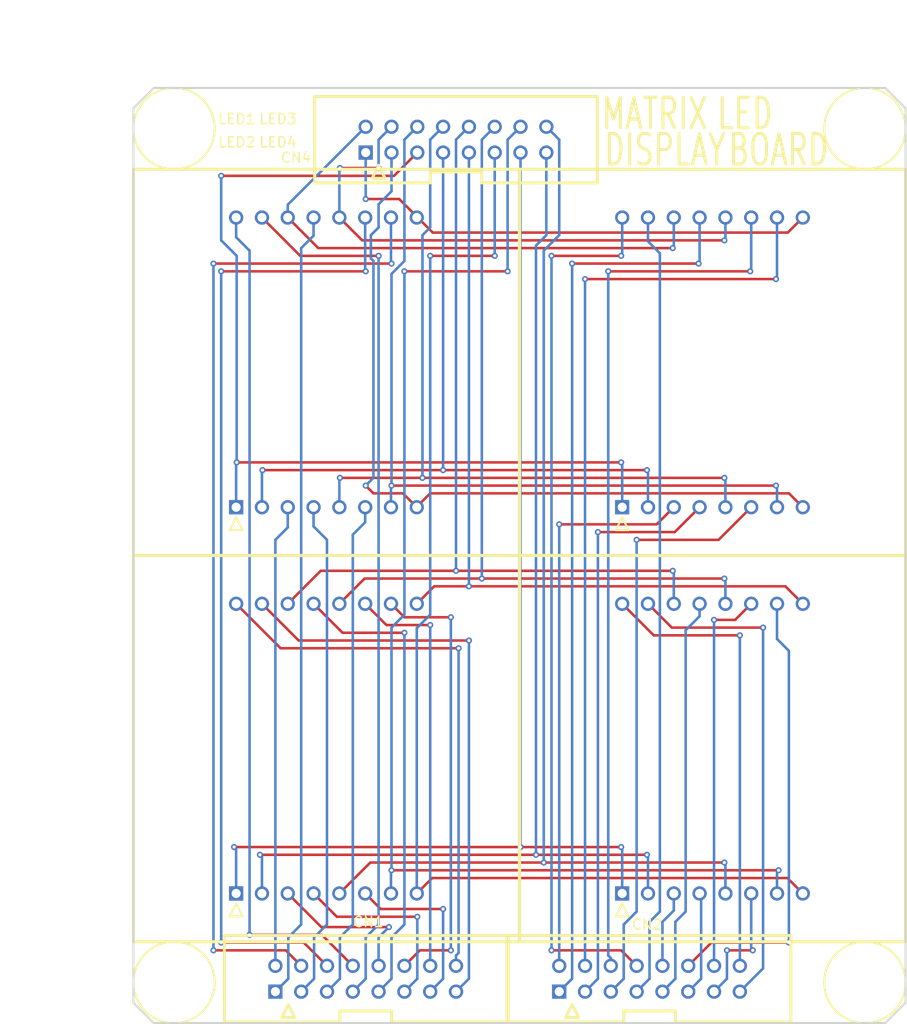
<source format=kicad_pcb>
(kicad_pcb (version 4) (host pcbnew 4.0.7)

  (general
    (links 64)
    (no_connects 0)
    (area 41.221429 37.598 130.128572 145.063)
    (thickness 1.6)
    (drawings 34)
    (tracks 359)
    (zones 0)
    (modules 11)
    (nets 49)
  )

  (page A4)
  (title_block
    (title "16 * 16 DOT MATRIX LED DISPLAY BOARD")
    (rev 0)
    (comment 1 "designed by hamayan.")
  )

  (layers
    (0 F.Cu signal)
    (31 B.Cu signal)
    (32 B.Adhes user hide)
    (33 F.Adhes user hide)
    (34 B.Paste user hide)
    (35 F.Paste user hide)
    (36 B.SilkS user)
    (37 F.SilkS user)
    (38 B.Mask user hide)
    (39 F.Mask user hide)
    (40 Dwgs.User user)
    (41 Cmts.User user)
    (42 Eco1.User user hide)
    (43 Eco2.User user hide)
    (44 Edge.Cuts user)
    (45 Margin user hide)
    (46 B.CrtYd user hide)
    (47 F.CrtYd user hide)
    (48 B.Fab user hide)
    (49 F.Fab user hide)
  )

  (setup
    (last_trace_width 0.25)
    (user_trace_width 0.35)
    (user_trace_width 0.5)
    (user_trace_width 0.8)
    (user_trace_width 1)
    (user_trace_width 1.4)
    (user_trace_width 1.6)
    (user_trace_width 2)
    (trace_clearance 0.2)
    (zone_clearance 0.508)
    (zone_45_only yes)
    (trace_min 0.2)
    (segment_width 0.2)
    (edge_width 0.2)
    (via_size 0.6)
    (via_drill 0.3)
    (via_min_size 0.4)
    (via_min_drill 0.3)
    (user_via 1 0.5)
    (user_via 1.4 0.8)
    (user_via 1.6 1)
    (uvia_size 0.3)
    (uvia_drill 0.1)
    (uvias_allowed no)
    (uvia_min_size 0.2)
    (uvia_min_drill 0.1)
    (pcb_text_width 0.3)
    (pcb_text_size 1.5 1.5)
    (mod_edge_width 0.15)
    (mod_text_size 1 1)
    (mod_text_width 0.15)
    (pad_size 1.524 1.524)
    (pad_drill 0.762)
    (pad_to_mask_clearance 0.2)
    (aux_axis_origin 50.002 50.008)
    (grid_origin 50.002 50.008)
    (visible_elements 7FFEFFFF)
    (pcbplotparams
      (layerselection 0x010f0_80000001)
      (usegerberextensions false)
      (excludeedgelayer true)
      (linewidth 0.100000)
      (plotframeref false)
      (viasonmask false)
      (mode 1)
      (useauxorigin false)
      (hpglpennumber 1)
      (hpglpenspeed 20)
      (hpglpendiameter 15)
      (hpglpenoverlay 2)
      (psnegative false)
      (psa4output false)
      (plotreference true)
      (plotvalue true)
      (plotinvisibletext false)
      (padsonsilk false)
      (subtractmaskfromsilk false)
      (outputformat 1)
      (mirror false)
      (drillshape 0)
      (scaleselection 1)
      (outputdirectory gerber/))
  )

  (net 0 "")
  (net 1 /COL32)
  (net 2 /COL31)
  (net 3 /COL30)
  (net 4 /COL29)
  (net 5 /COL28)
  (net 6 /COL27)
  (net 7 /COL26)
  (net 8 /COL25)
  (net 9 /COL24)
  (net 10 /COL23)
  (net 11 /COL22)
  (net 12 /COL21)
  (net 13 /COL20)
  (net 14 /COL19)
  (net 15 /COL18)
  (net 16 /COL17)
  (net 17 /COL16)
  (net 18 /COL15)
  (net 19 /COL14)
  (net 20 /COL13)
  (net 21 /COL12)
  (net 22 /COL11)
  (net 23 /COL10)
  (net 24 /COL9)
  (net 25 /COL8)
  (net 26 /COL7)
  (net 27 /COL6)
  (net 28 /COL5)
  (net 29 /COL4)
  (net 30 /COL3)
  (net 31 /COL2)
  (net 32 /COL1)
  (net 33 /ROW1)
  (net 34 /ROW2)
  (net 35 /ROW3)
  (net 36 /ROW4)
  (net 37 /ROW5)
  (net 38 /ROW6)
  (net 39 /ROW7)
  (net 40 /ROW8)
  (net 41 /ROW9)
  (net 42 /ROW10)
  (net 43 /ROW11)
  (net 44 /ROW12)
  (net 45 /ROW13)
  (net 46 /ROW14)
  (net 47 /ROW15)
  (net 48 /ROW16)

  (net_class Default "これは標準のネット クラスです。"
    (clearance 0.2)
    (trace_width 0.25)
    (via_dia 0.6)
    (via_drill 0.3)
    (uvia_dia 0.3)
    (uvia_drill 0.1)
    (add_net /COL1)
    (add_net /COL10)
    (add_net /COL11)
    (add_net /COL12)
    (add_net /COL13)
    (add_net /COL14)
    (add_net /COL15)
    (add_net /COL16)
    (add_net /COL17)
    (add_net /COL18)
    (add_net /COL19)
    (add_net /COL2)
    (add_net /COL20)
    (add_net /COL21)
    (add_net /COL22)
    (add_net /COL23)
    (add_net /COL24)
    (add_net /COL25)
    (add_net /COL26)
    (add_net /COL27)
    (add_net /COL28)
    (add_net /COL29)
    (add_net /COL3)
    (add_net /COL30)
    (add_net /COL31)
    (add_net /COL32)
    (add_net /COL4)
    (add_net /COL5)
    (add_net /COL6)
    (add_net /COL7)
    (add_net /COL8)
    (add_net /COL9)
    (add_net /ROW1)
    (add_net /ROW10)
    (add_net /ROW11)
    (add_net /ROW12)
    (add_net /ROW13)
    (add_net /ROW14)
    (add_net /ROW15)
    (add_net /ROW16)
    (add_net /ROW2)
    (add_net /ROW3)
    (add_net /ROW4)
    (add_net /ROW5)
    (add_net /ROW6)
    (add_net /ROW7)
    (add_net /ROW8)
    (add_net /ROW9)
  )

  (module Mounting_Holes:MountingHole_3.5mm (layer F.Cu) (tedit 60A2271E) (tstamp 60A297BE)
    (at 54 54)
    (descr "Mounting Hole 3.5mm, no annular")
    (tags "mounting hole 3.5mm no annular")
    (attr virtual)
    (fp_text reference REF** (at 0 0) (layer F.SilkS) hide
      (effects (font (size 1 1) (thickness 0.15)))
    )
    (fp_text value MountingHole_3.5mm (at 0 4.5) (layer F.Fab)
      (effects (font (size 1 1) (thickness 0.15)))
    )
    (fp_text user %R (at 0.3 0) (layer F.Fab)
      (effects (font (size 1 1) (thickness 0.15)))
    )
    (fp_circle (center 0 0) (end 3.5 0) (layer Cmts.User) (width 0.15))
    (fp_circle (center 0 0) (end 3.75 0) (layer F.CrtYd) (width 0.05))
    (pad 1 np_thru_hole circle (at 0 0) (size 3.5 3.5) (drill 3.5) (layers *.Cu *.Mask))
  )

  (module Mounting_Holes:MountingHole_3.5mm (layer F.Cu) (tedit 60A2272A) (tstamp 60A297BF)
    (at 122 54)
    (descr "Mounting Hole 3.5mm, no annular")
    (tags "mounting hole 3.5mm no annular")
    (attr virtual)
    (fp_text reference REF** (at 0 0) (layer F.SilkS) hide
      (effects (font (size 1 1) (thickness 0.15)))
    )
    (fp_text value MountingHole_3.5mm (at 0 4.5) (layer F.Fab)
      (effects (font (size 1 1) (thickness 0.15)))
    )
    (fp_text user %R (at 0.3 0) (layer F.Fab)
      (effects (font (size 1 1) (thickness 0.15)))
    )
    (fp_circle (center 0 0) (end 3.5 0) (layer Cmts.User) (width 0.15))
    (fp_circle (center 0 0) (end 3.75 0) (layer F.CrtYd) (width 0.05))
    (pad 1 np_thru_hole circle (at 0 0) (size 3.5 3.5) (drill 3.5) (layers *.Cu *.Mask))
  )

  (module Mounting_Holes:MountingHole_3.5mm (layer F.Cu) (tedit 60A22736) (tstamp 60A297C0)
    (at 122 138)
    (descr "Mounting Hole 3.5mm, no annular")
    (tags "mounting hole 3.5mm no annular")
    (attr virtual)
    (fp_text reference REF** (at 0 0) (layer F.SilkS) hide
      (effects (font (size 1 1) (thickness 0.15)))
    )
    (fp_text value MountingHole_3.5mm (at 0 4.5) (layer F.Fab)
      (effects (font (size 1 1) (thickness 0.15)))
    )
    (fp_text user %R (at 0.3 0) (layer F.Fab)
      (effects (font (size 1 1) (thickness 0.15)))
    )
    (fp_circle (center 0 0) (end 3.5 0) (layer Cmts.User) (width 0.15))
    (fp_circle (center 0 0) (end 3.75 0) (layer F.CrtYd) (width 0.05))
    (pad 1 np_thru_hole circle (at 0 0) (size 3.5 3.5) (drill 3.5) (layers *.Cu *.Mask))
  )

  (module Mounting_Holes:MountingHole_3.5mm (layer F.Cu) (tedit 60A322AB) (tstamp 60A297C1)
    (at 54 138)
    (descr "Mounting Hole 3.5mm, no annular")
    (tags "mounting hole 3.5mm no annular")
    (attr virtual)
    (fp_text reference REF** (at 0.066 0.146) (layer F.SilkS) hide
      (effects (font (size 1 1) (thickness 0.15)))
    )
    (fp_text value MountingHole_3.5mm (at 0 4.5) (layer F.Fab)
      (effects (font (size 1 1) (thickness 0.15)))
    )
    (fp_text user %R (at 0.3 0) (layer F.Fab)
      (effects (font (size 1 1) (thickness 0.15)))
    )
    (fp_circle (center 0 0) (end 3.5 0) (layer Cmts.User) (width 0.15))
    (fp_circle (center 0 0) (end 3.75 0) (layer F.CrtYd) (width 0.05))
    (pad 1 np_thru_hole circle (at 0 0) (size 3.5 3.5) (drill 3.5) (layers *.Cu *.Mask))
  )

  (module A01myFootPrint:cn_HIF3FC-16PA-254DSA (layer F.Cu) (tedit 60A5EEED) (tstamp 60A298B2)
    (at 72.862 137.638)
    (path /60A22EA1)
    (fp_text reference CN1 (at 0.254 -5.588) (layer F.SilkS)
      (effects (font (size 1 1) (thickness 0.15)))
    )
    (fp_text value HIF3FB-16DA-2.54DSA (at 0 6.35) (layer F.Fab)
      (effects (font (size 1 1) (thickness 0.15)))
    )
    (fp_line (start -2.54 4.25) (end -2.54 3.175) (layer F.SilkS) (width 0.3))
    (fp_line (start -2.54 3.175) (end 2.54 3.175) (layer F.SilkS) (width 0.3))
    (fp_line (start 2.54 3.175) (end 2.54 4.25) (layer F.SilkS) (width 0.3))
    (fp_line (start -7.62 2.54) (end -8.255 3.81) (layer F.SilkS) (width 0.3))
    (fp_line (start -8.255 3.81) (end -6.985 3.81) (layer F.SilkS) (width 0.3))
    (fp_line (start -6.985 3.81) (end -7.62 2.54) (layer F.SilkS) (width 0.3))
    (fp_line (start -2.54 4.25) (end -13.91 4.25) (layer F.SilkS) (width 0.3))
    (fp_line (start -13.91 4.25) (end -13.91 -4.25) (layer F.SilkS) (width 0.3))
    (fp_line (start -13.91 -4.25) (end 13.91 -4.25) (layer F.SilkS) (width 0.3))
    (fp_line (start 13.91 -4.25) (end 13.91 4.25) (layer F.SilkS) (width 0.3))
    (fp_line (start 13.91 4.25) (end 2.54 4.25) (layer F.SilkS) (width 0.3))
    (pad 1 thru_hole rect (at -8.89 1.27) (size 1.4 1.4) (drill 0.9) (layers *.Cu *.Mask)
      (net 1 /COL32))
    (pad 2 thru_hole circle (at -8.89 -1.27) (size 1.4 1.4) (drill 0.9) (layers *.Cu *.Mask)
      (net 2 /COL31))
    (pad 3 thru_hole circle (at -6.35 1.27) (size 1.4 1.4) (drill 0.9) (layers *.Cu *.Mask)
      (net 3 /COL30))
    (pad 4 thru_hole circle (at -6.35 -1.27) (size 1.4 1.4) (drill 0.9) (layers *.Cu *.Mask)
      (net 4 /COL29))
    (pad 5 thru_hole circle (at -3.81 1.27) (size 1.4 1.4) (drill 0.9) (layers *.Cu *.Mask)
      (net 5 /COL28))
    (pad 6 thru_hole circle (at -3.81 -1.27) (size 1.4 1.4) (drill 0.9) (layers *.Cu *.Mask)
      (net 6 /COL27))
    (pad 7 thru_hole circle (at -1.27 1.27) (size 1.4 1.4) (drill 0.9) (layers *.Cu *.Mask)
      (net 7 /COL26))
    (pad 8 thru_hole circle (at -1.27 -1.27) (size 1.4 1.4) (drill 0.9) (layers *.Cu *.Mask)
      (net 8 /COL25))
    (pad 9 thru_hole circle (at 1.27 1.27) (size 1.4 1.4) (drill 0.9) (layers *.Cu *.Mask)
      (net 9 /COL24))
    (pad 10 thru_hole circle (at 1.27 -1.27) (size 1.4 1.4) (drill 0.9) (layers *.Cu *.Mask)
      (net 10 /COL23))
    (pad 11 thru_hole circle (at 3.81 1.27) (size 1.4 1.4) (drill 0.9) (layers *.Cu *.Mask)
      (net 11 /COL22))
    (pad 12 thru_hole circle (at 3.81 -1.27) (size 1.4 1.4) (drill 0.9) (layers *.Cu *.Mask)
      (net 12 /COL21))
    (pad 13 thru_hole circle (at 6.35 1.27) (size 1.4 1.4) (drill 0.9) (layers *.Cu *.Mask)
      (net 13 /COL20))
    (pad 14 thru_hole circle (at 6.35 -1.27) (size 1.4 1.4) (drill 0.9) (layers *.Cu *.Mask)
      (net 14 /COL19))
    (pad 15 thru_hole circle (at 8.89 1.27) (size 1.4 1.4) (drill 0.9) (layers *.Cu *.Mask)
      (net 15 /COL18))
    (pad 16 thru_hole circle (at 8.89 -1.27) (size 1.4 1.4) (drill 0.9) (layers *.Cu *.Mask)
      (net 16 /COL17))
  )

  (module A01myFootPrint:cn_HIF3FC-16PA-254DSA (layer F.Cu) (tedit 60A5EEF8) (tstamp 60A298D1)
    (at 100.802 137.638)
    (path /60A231D0)
    (fp_text reference CN2 (at -0.254 -5.334) (layer F.SilkS)
      (effects (font (size 1 1) (thickness 0.15)))
    )
    (fp_text value HIF3FB-16DA-2.54DSA (at 0 6.35) (layer F.Fab)
      (effects (font (size 1 1) (thickness 0.15)))
    )
    (fp_line (start -2.54 4.25) (end -2.54 3.175) (layer F.SilkS) (width 0.3))
    (fp_line (start -2.54 3.175) (end 2.54 3.175) (layer F.SilkS) (width 0.3))
    (fp_line (start 2.54 3.175) (end 2.54 4.25) (layer F.SilkS) (width 0.3))
    (fp_line (start -7.62 2.54) (end -8.255 3.81) (layer F.SilkS) (width 0.3))
    (fp_line (start -8.255 3.81) (end -6.985 3.81) (layer F.SilkS) (width 0.3))
    (fp_line (start -6.985 3.81) (end -7.62 2.54) (layer F.SilkS) (width 0.3))
    (fp_line (start -2.54 4.25) (end -13.91 4.25) (layer F.SilkS) (width 0.3))
    (fp_line (start -13.91 4.25) (end -13.91 -4.25) (layer F.SilkS) (width 0.3))
    (fp_line (start -13.91 -4.25) (end 13.91 -4.25) (layer F.SilkS) (width 0.3))
    (fp_line (start 13.91 -4.25) (end 13.91 4.25) (layer F.SilkS) (width 0.3))
    (fp_line (start 13.91 4.25) (end 2.54 4.25) (layer F.SilkS) (width 0.3))
    (pad 1 thru_hole rect (at -8.89 1.27) (size 1.4 1.4) (drill 0.9) (layers *.Cu *.Mask)
      (net 17 /COL16))
    (pad 2 thru_hole circle (at -8.89 -1.27) (size 1.4 1.4) (drill 0.9) (layers *.Cu *.Mask)
      (net 18 /COL15))
    (pad 3 thru_hole circle (at -6.35 1.27) (size 1.4 1.4) (drill 0.9) (layers *.Cu *.Mask)
      (net 19 /COL14))
    (pad 4 thru_hole circle (at -6.35 -1.27) (size 1.4 1.4) (drill 0.9) (layers *.Cu *.Mask)
      (net 20 /COL13))
    (pad 5 thru_hole circle (at -3.81 1.27) (size 1.4 1.4) (drill 0.9) (layers *.Cu *.Mask)
      (net 21 /COL12))
    (pad 6 thru_hole circle (at -3.81 -1.27) (size 1.4 1.4) (drill 0.9) (layers *.Cu *.Mask)
      (net 22 /COL11))
    (pad 7 thru_hole circle (at -1.27 1.27) (size 1.4 1.4) (drill 0.9) (layers *.Cu *.Mask)
      (net 23 /COL10))
    (pad 8 thru_hole circle (at -1.27 -1.27) (size 1.4 1.4) (drill 0.9) (layers *.Cu *.Mask)
      (net 24 /COL9))
    (pad 9 thru_hole circle (at 1.27 1.27) (size 1.4 1.4) (drill 0.9) (layers *.Cu *.Mask)
      (net 25 /COL8))
    (pad 10 thru_hole circle (at 1.27 -1.27) (size 1.4 1.4) (drill 0.9) (layers *.Cu *.Mask)
      (net 26 /COL7))
    (pad 11 thru_hole circle (at 3.81 1.27) (size 1.4 1.4) (drill 0.9) (layers *.Cu *.Mask)
      (net 27 /COL6))
    (pad 12 thru_hole circle (at 3.81 -1.27) (size 1.4 1.4) (drill 0.9) (layers *.Cu *.Mask)
      (net 28 /COL5))
    (pad 13 thru_hole circle (at 6.35 1.27) (size 1.4 1.4) (drill 0.9) (layers *.Cu *.Mask)
      (net 29 /COL4))
    (pad 14 thru_hole circle (at 6.35 -1.27) (size 1.4 1.4) (drill 0.9) (layers *.Cu *.Mask)
      (net 30 /COL3))
    (pad 15 thru_hole circle (at 8.89 1.27) (size 1.4 1.4) (drill 0.9) (layers *.Cu *.Mask)
      (net 31 /COL2))
    (pad 16 thru_hole circle (at 8.89 -1.27) (size 1.4 1.4) (drill 0.9) (layers *.Cu *.Mask)
      (net 32 /COL1))
  )

  (module A01myFootPrint:cn_HIF3FC-16PA-254DSA (layer F.Cu) (tedit 60A5EFB8) (tstamp 60A298F0)
    (at 81.752 55.088)
    (path /60A22A94)
    (fp_text reference CN4 (at -15.748 1.778) (layer F.SilkS)
      (effects (font (size 1 1) (thickness 0.15)))
    )
    (fp_text value HIF3FB-16DA-2.54DSA (at 0 6.35) (layer F.Fab)
      (effects (font (size 1 1) (thickness 0.15)))
    )
    (fp_line (start -2.54 4.25) (end -2.54 3.175) (layer F.SilkS) (width 0.3))
    (fp_line (start -2.54 3.175) (end 2.54 3.175) (layer F.SilkS) (width 0.3))
    (fp_line (start 2.54 3.175) (end 2.54 4.25) (layer F.SilkS) (width 0.3))
    (fp_line (start -7.62 2.54) (end -8.255 3.81) (layer F.SilkS) (width 0.3))
    (fp_line (start -8.255 3.81) (end -6.985 3.81) (layer F.SilkS) (width 0.3))
    (fp_line (start -6.985 3.81) (end -7.62 2.54) (layer F.SilkS) (width 0.3))
    (fp_line (start -2.54 4.25) (end -13.91 4.25) (layer F.SilkS) (width 0.3))
    (fp_line (start -13.91 4.25) (end -13.91 -4.25) (layer F.SilkS) (width 0.3))
    (fp_line (start -13.91 -4.25) (end 13.91 -4.25) (layer F.SilkS) (width 0.3))
    (fp_line (start 13.91 -4.25) (end 13.91 4.25) (layer F.SilkS) (width 0.3))
    (fp_line (start 13.91 4.25) (end 2.54 4.25) (layer F.SilkS) (width 0.3))
    (pad 1 thru_hole rect (at -8.89 1.27) (size 1.4 1.4) (drill 0.9) (layers *.Cu *.Mask)
      (net 33 /ROW1))
    (pad 2 thru_hole circle (at -8.89 -1.27) (size 1.4 1.4) (drill 0.9) (layers *.Cu *.Mask)
      (net 34 /ROW2))
    (pad 3 thru_hole circle (at -6.35 1.27) (size 1.4 1.4) (drill 0.9) (layers *.Cu *.Mask)
      (net 35 /ROW3))
    (pad 4 thru_hole circle (at -6.35 -1.27) (size 1.4 1.4) (drill 0.9) (layers *.Cu *.Mask)
      (net 36 /ROW4))
    (pad 5 thru_hole circle (at -3.81 1.27) (size 1.4 1.4) (drill 0.9) (layers *.Cu *.Mask)
      (net 37 /ROW5))
    (pad 6 thru_hole circle (at -3.81 -1.27) (size 1.4 1.4) (drill 0.9) (layers *.Cu *.Mask)
      (net 38 /ROW6))
    (pad 7 thru_hole circle (at -1.27 1.27) (size 1.4 1.4) (drill 0.9) (layers *.Cu *.Mask)
      (net 39 /ROW7))
    (pad 8 thru_hole circle (at -1.27 -1.27) (size 1.4 1.4) (drill 0.9) (layers *.Cu *.Mask)
      (net 40 /ROW8))
    (pad 9 thru_hole circle (at 1.27 1.27) (size 1.4 1.4) (drill 0.9) (layers *.Cu *.Mask)
      (net 41 /ROW9))
    (pad 10 thru_hole circle (at 1.27 -1.27) (size 1.4 1.4) (drill 0.9) (layers *.Cu *.Mask)
      (net 42 /ROW10))
    (pad 11 thru_hole circle (at 3.81 1.27) (size 1.4 1.4) (drill 0.9) (layers *.Cu *.Mask)
      (net 43 /ROW11))
    (pad 12 thru_hole circle (at 3.81 -1.27) (size 1.4 1.4) (drill 0.9) (layers *.Cu *.Mask)
      (net 44 /ROW12))
    (pad 13 thru_hole circle (at 6.35 1.27) (size 1.4 1.4) (drill 0.9) (layers *.Cu *.Mask)
      (net 45 /ROW13))
    (pad 14 thru_hole circle (at 6.35 -1.27) (size 1.4 1.4) (drill 0.9) (layers *.Cu *.Mask)
      (net 46 /ROW14))
    (pad 15 thru_hole circle (at 8.89 1.27) (size 1.4 1.4) (drill 0.9) (layers *.Cu *.Mask)
      (net 47 /ROW15))
    (pad 16 thru_hole circle (at 8.89 -1.27) (size 1.4 1.4) (drill 0.9) (layers *.Cu *.Mask)
      (net 48 /ROW16))
  )

  (module A01myFootPrint:led_OSL641505 (layer F.Cu) (tedit 60A5EF8F) (tstamp 60A5CA14)
    (at 69 77)
    (path /60A2B71F)
    (fp_text reference LED1 (at -8.838 -23.944) (layer F.SilkS)
      (effects (font (size 1 1) (thickness 0.15)))
    )
    (fp_text value OSL641505-BB (at 0 20.32) (layer F.Fab)
      (effects (font (size 1 1) (thickness 0.15)))
    )
    (fp_line (start -19 19) (end 19 19) (layer F.SilkS) (width 0.3))
    (fp_line (start 19 19) (end 19 -19) (layer F.SilkS) (width 0.3))
    (fp_line (start 19 -19) (end -19 -19) (layer F.SilkS) (width 0.3))
    (fp_line (start -19 -19) (end -19 19) (layer F.SilkS) (width 0.3))
    (fp_line (start -8.89 15.24) (end -9.525 16.51) (layer F.SilkS) (width 0.2))
    (fp_line (start -9.525 16.51) (end -8.255 16.51) (layer F.SilkS) (width 0.2))
    (fp_line (start -8.255 16.51) (end -8.89 15.24) (layer F.SilkS) (width 0.2))
    (pad 1 thru_hole rect (at -8.89 14.25) (size 1.4 1.4) (drill 0.9) (layers *.Cu *.Mask)
      (net 37 /ROW5))
    (pad 2 thru_hole circle (at -6.35 14.25) (size 1.4 1.4) (drill 0.9) (layers *.Cu *.Mask)
      (net 39 /ROW7))
    (pad 3 thru_hole circle (at -3.81 14.25) (size 1.4 1.4) (drill 0.9) (layers *.Cu *.Mask)
      (net 2 /COL31))
    (pad 4 thru_hole circle (at -1.27 14.25) (size 1.4 1.4) (drill 0.9) (layers *.Cu *.Mask)
      (net 3 /COL30))
    (pad 5 thru_hole circle (at 1.27 14.25) (size 1.4 1.4) (drill 0.9) (layers *.Cu *.Mask)
      (net 40 /ROW8))
    (pad 6 thru_hole circle (at 3.81 14.25) (size 1.4 1.4) (drill 0.9) (layers *.Cu *.Mask)
      (net 5 /COL28))
    (pad 7 thru_hole circle (at 6.35 14.25) (size 1.4 1.4) (drill 0.9) (layers *.Cu *.Mask)
      (net 38 /ROW6))
    (pad 8 thru_hole circle (at 8.89 14.25) (size 1.4 1.4) (drill 0.9) (layers *.Cu *.Mask)
      (net 35 /ROW3))
    (pad 9 thru_hole circle (at 8.89 -14.25) (size 1.4 1.4) (drill 0.9) (layers *.Cu *.Mask)
      (net 33 /ROW1))
    (pad 10 thru_hole circle (at 6.35 -14.25) (size 1.4 1.4) (drill 0.9) (layers *.Cu *.Mask)
      (net 4 /COL29))
    (pad 11 thru_hole circle (at 3.81 -14.25) (size 1.4 1.4) (drill 0.9) (layers *.Cu *.Mask)
      (net 6 /COL27))
    (pad 12 thru_hole circle (at 1.27 -14.25) (size 1.4 1.4) (drill 0.9) (layers *.Cu *.Mask)
      (net 36 /ROW4))
    (pad 13 thru_hole circle (at -1.27 -14.25) (size 1.4 1.4) (drill 0.9) (layers *.Cu *.Mask)
      (net 1 /COL32))
    (pad 14 thru_hole circle (at -3.81 -14.25) (size 1.4 1.4) (drill 0.9) (layers *.Cu *.Mask)
      (net 34 /ROW2))
    (pad 15 thru_hole circle (at -6.35 -14.25) (size 1.4 1.4) (drill 0.9) (layers *.Cu *.Mask)
      (net 7 /COL26))
    (pad 16 thru_hole circle (at -8.89 -14.25) (size 1.4 1.4) (drill 0.9) (layers *.Cu *.Mask)
      (net 8 /COL25))
  )

  (module A01myFootPrint:led_OSL641505 (layer F.Cu) (tedit 60A5EF9D) (tstamp 60A5CA2F)
    (at 69 115)
    (path /60A2C3FB)
    (fp_text reference LED2 (at -8.838 -59.658) (layer F.SilkS)
      (effects (font (size 1 1) (thickness 0.15)))
    )
    (fp_text value OSL641505-BB (at 0 20.32) (layer F.Fab)
      (effects (font (size 1 1) (thickness 0.15)))
    )
    (fp_line (start -19 19) (end 19 19) (layer F.SilkS) (width 0.3))
    (fp_line (start 19 19) (end 19 -19) (layer F.SilkS) (width 0.3))
    (fp_line (start 19 -19) (end -19 -19) (layer F.SilkS) (width 0.3))
    (fp_line (start -19 -19) (end -19 19) (layer F.SilkS) (width 0.3))
    (fp_line (start -8.89 15.24) (end -9.525 16.51) (layer F.SilkS) (width 0.2))
    (fp_line (start -9.525 16.51) (end -8.255 16.51) (layer F.SilkS) (width 0.2))
    (fp_line (start -8.255 16.51) (end -8.89 15.24) (layer F.SilkS) (width 0.2))
    (pad 1 thru_hole rect (at -8.89 14.25) (size 1.4 1.4) (drill 0.9) (layers *.Cu *.Mask)
      (net 45 /ROW13))
    (pad 2 thru_hole circle (at -6.35 14.25) (size 1.4 1.4) (drill 0.9) (layers *.Cu *.Mask)
      (net 47 /ROW15))
    (pad 3 thru_hole circle (at -3.81 14.25) (size 1.4 1.4) (drill 0.9) (layers *.Cu *.Mask)
      (net 10 /COL23))
    (pad 4 thru_hole circle (at -1.27 14.25) (size 1.4 1.4) (drill 0.9) (layers *.Cu *.Mask)
      (net 11 /COL22))
    (pad 5 thru_hole circle (at 1.27 14.25) (size 1.4 1.4) (drill 0.9) (layers *.Cu *.Mask)
      (net 48 /ROW16))
    (pad 6 thru_hole circle (at 3.81 14.25) (size 1.4 1.4) (drill 0.9) (layers *.Cu *.Mask)
      (net 13 /COL20))
    (pad 7 thru_hole circle (at 6.35 14.25) (size 1.4 1.4) (drill 0.9) (layers *.Cu *.Mask)
      (net 46 /ROW14))
    (pad 8 thru_hole circle (at 8.89 14.25) (size 1.4 1.4) (drill 0.9) (layers *.Cu *.Mask)
      (net 43 /ROW11))
    (pad 9 thru_hole circle (at 8.89 -14.25) (size 1.4 1.4) (drill 0.9) (layers *.Cu *.Mask)
      (net 41 /ROW9))
    (pad 10 thru_hole circle (at 6.35 -14.25) (size 1.4 1.4) (drill 0.9) (layers *.Cu *.Mask)
      (net 12 /COL21))
    (pad 11 thru_hole circle (at 3.81 -14.25) (size 1.4 1.4) (drill 0.9) (layers *.Cu *.Mask)
      (net 14 /COL19))
    (pad 12 thru_hole circle (at 1.27 -14.25) (size 1.4 1.4) (drill 0.9) (layers *.Cu *.Mask)
      (net 44 /ROW12))
    (pad 13 thru_hole circle (at -1.27 -14.25) (size 1.4 1.4) (drill 0.9) (layers *.Cu *.Mask)
      (net 9 /COL24))
    (pad 14 thru_hole circle (at -3.81 -14.25) (size 1.4 1.4) (drill 0.9) (layers *.Cu *.Mask)
      (net 42 /ROW10))
    (pad 15 thru_hole circle (at -6.35 -14.25) (size 1.4 1.4) (drill 0.9) (layers *.Cu *.Mask)
      (net 15 /COL18))
    (pad 16 thru_hole circle (at -8.89 -14.25) (size 1.4 1.4) (drill 0.9) (layers *.Cu *.Mask)
      (net 16 /COL17))
  )

  (module A01myFootPrint:led_OSL641505 (layer F.Cu) (tedit 60A5EFAA) (tstamp 60A5CA4A)
    (at 107 77)
    (path /60A2CD05)
    (fp_text reference LED3 (at -42.774 -23.944) (layer F.SilkS)
      (effects (font (size 1 1) (thickness 0.15)))
    )
    (fp_text value OSL641505-BB (at 0 20.32) (layer F.Fab)
      (effects (font (size 1 1) (thickness 0.15)))
    )
    (fp_line (start -19 19) (end 19 19) (layer F.SilkS) (width 0.3))
    (fp_line (start 19 19) (end 19 -19) (layer F.SilkS) (width 0.3))
    (fp_line (start 19 -19) (end -19 -19) (layer F.SilkS) (width 0.3))
    (fp_line (start -19 -19) (end -19 19) (layer F.SilkS) (width 0.3))
    (fp_line (start -8.89 15.24) (end -9.525 16.51) (layer F.SilkS) (width 0.2))
    (fp_line (start -9.525 16.51) (end -8.255 16.51) (layer F.SilkS) (width 0.2))
    (fp_line (start -8.255 16.51) (end -8.89 15.24) (layer F.SilkS) (width 0.2))
    (pad 1 thru_hole rect (at -8.89 14.25) (size 1.4 1.4) (drill 0.9) (layers *.Cu *.Mask)
      (net 37 /ROW5))
    (pad 2 thru_hole circle (at -6.35 14.25) (size 1.4 1.4) (drill 0.9) (layers *.Cu *.Mask)
      (net 39 /ROW7))
    (pad 3 thru_hole circle (at -3.81 14.25) (size 1.4 1.4) (drill 0.9) (layers *.Cu *.Mask)
      (net 18 /COL15))
    (pad 4 thru_hole circle (at -1.27 14.25) (size 1.4 1.4) (drill 0.9) (layers *.Cu *.Mask)
      (net 19 /COL14))
    (pad 5 thru_hole circle (at 1.27 14.25) (size 1.4 1.4) (drill 0.9) (layers *.Cu *.Mask)
      (net 40 /ROW8))
    (pad 6 thru_hole circle (at 3.81 14.25) (size 1.4 1.4) (drill 0.9) (layers *.Cu *.Mask)
      (net 21 /COL12))
    (pad 7 thru_hole circle (at 6.35 14.25) (size 1.4 1.4) (drill 0.9) (layers *.Cu *.Mask)
      (net 38 /ROW6))
    (pad 8 thru_hole circle (at 8.89 14.25) (size 1.4 1.4) (drill 0.9) (layers *.Cu *.Mask)
      (net 35 /ROW3))
    (pad 9 thru_hole circle (at 8.89 -14.25) (size 1.4 1.4) (drill 0.9) (layers *.Cu *.Mask)
      (net 33 /ROW1))
    (pad 10 thru_hole circle (at 6.35 -14.25) (size 1.4 1.4) (drill 0.9) (layers *.Cu *.Mask)
      (net 20 /COL13))
    (pad 11 thru_hole circle (at 3.81 -14.25) (size 1.4 1.4) (drill 0.9) (layers *.Cu *.Mask)
      (net 22 /COL11))
    (pad 12 thru_hole circle (at 1.27 -14.25) (size 1.4 1.4) (drill 0.9) (layers *.Cu *.Mask)
      (net 36 /ROW4))
    (pad 13 thru_hole circle (at -1.27 -14.25) (size 1.4 1.4) (drill 0.9) (layers *.Cu *.Mask)
      (net 17 /COL16))
    (pad 14 thru_hole circle (at -3.81 -14.25) (size 1.4 1.4) (drill 0.9) (layers *.Cu *.Mask)
      (net 34 /ROW2))
    (pad 15 thru_hole circle (at -6.35 -14.25) (size 1.4 1.4) (drill 0.9) (layers *.Cu *.Mask)
      (net 23 /COL10))
    (pad 16 thru_hole circle (at -8.89 -14.25) (size 1.4 1.4) (drill 0.9) (layers *.Cu *.Mask)
      (net 24 /COL9))
  )

  (module A01myFootPrint:led_OSL641505 (layer F.Cu) (tedit 60A5EFB4) (tstamp 60A5CA65)
    (at 107 115)
    (path /60A2DD3D)
    (fp_text reference LED4 (at -42.774 -59.658) (layer F.SilkS)
      (effects (font (size 1 1) (thickness 0.15)))
    )
    (fp_text value OSL641505-BB (at 0 20.32) (layer F.Fab)
      (effects (font (size 1 1) (thickness 0.15)))
    )
    (fp_line (start -19 19) (end 19 19) (layer F.SilkS) (width 0.3))
    (fp_line (start 19 19) (end 19 -19) (layer F.SilkS) (width 0.3))
    (fp_line (start 19 -19) (end -19 -19) (layer F.SilkS) (width 0.3))
    (fp_line (start -19 -19) (end -19 19) (layer F.SilkS) (width 0.3))
    (fp_line (start -8.89 15.24) (end -9.525 16.51) (layer F.SilkS) (width 0.2))
    (fp_line (start -9.525 16.51) (end -8.255 16.51) (layer F.SilkS) (width 0.2))
    (fp_line (start -8.255 16.51) (end -8.89 15.24) (layer F.SilkS) (width 0.2))
    (pad 1 thru_hole rect (at -8.89 14.25) (size 1.4 1.4) (drill 0.9) (layers *.Cu *.Mask)
      (net 45 /ROW13))
    (pad 2 thru_hole circle (at -6.35 14.25) (size 1.4 1.4) (drill 0.9) (layers *.Cu *.Mask)
      (net 47 /ROW15))
    (pad 3 thru_hole circle (at -3.81 14.25) (size 1.4 1.4) (drill 0.9) (layers *.Cu *.Mask)
      (net 26 /COL7))
    (pad 4 thru_hole circle (at -1.27 14.25) (size 1.4 1.4) (drill 0.9) (layers *.Cu *.Mask)
      (net 27 /COL6))
    (pad 5 thru_hole circle (at 1.27 14.25) (size 1.4 1.4) (drill 0.9) (layers *.Cu *.Mask)
      (net 48 /ROW16))
    (pad 6 thru_hole circle (at 3.81 14.25) (size 1.4 1.4) (drill 0.9) (layers *.Cu *.Mask)
      (net 29 /COL4))
    (pad 7 thru_hole circle (at 6.35 14.25) (size 1.4 1.4) (drill 0.9) (layers *.Cu *.Mask)
      (net 46 /ROW14))
    (pad 8 thru_hole circle (at 8.89 14.25) (size 1.4 1.4) (drill 0.9) (layers *.Cu *.Mask)
      (net 43 /ROW11))
    (pad 9 thru_hole circle (at 8.89 -14.25) (size 1.4 1.4) (drill 0.9) (layers *.Cu *.Mask)
      (net 41 /ROW9))
    (pad 10 thru_hole circle (at 6.35 -14.25) (size 1.4 1.4) (drill 0.9) (layers *.Cu *.Mask)
      (net 28 /COL5))
    (pad 11 thru_hole circle (at 3.81 -14.25) (size 1.4 1.4) (drill 0.9) (layers *.Cu *.Mask)
      (net 30 /COL3))
    (pad 12 thru_hole circle (at 1.27 -14.25) (size 1.4 1.4) (drill 0.9) (layers *.Cu *.Mask)
      (net 44 /ROW12))
    (pad 13 thru_hole circle (at -1.27 -14.25) (size 1.4 1.4) (drill 0.9) (layers *.Cu *.Mask)
      (net 25 /COL8))
    (pad 14 thru_hole circle (at -3.81 -14.25) (size 1.4 1.4) (drill 0.9) (layers *.Cu *.Mask)
      (net 42 /ROW10))
    (pad 15 thru_hole circle (at -6.35 -14.25) (size 1.4 1.4) (drill 0.9) (layers *.Cu *.Mask)
      (net 31 /COL2))
    (pad 16 thru_hole circle (at -8.89 -14.25) (size 1.4 1.4) (drill 0.9) (layers *.Cu *.Mask)
      (net 32 /COL1))
  )

  (gr_text BOARD (at 113.502 56.104) (layer F.SilkS)
    (effects (font (size 3 2) (thickness 0.3)))
  )
  (gr_text DISPLAY (at 102.326 56.104) (layer F.SilkS)
    (effects (font (size 3 2) (thickness 0.3)))
  )
  (gr_text LED (at 110.2 52.548) (layer F.SilkS)
    (effects (font (size 3 2) (thickness 0.3)))
  )
  (gr_text MATRIX (at 101.31 52.548) (layer F.SilkS)
    (effects (font (size 3 2) (thickness 0.3)))
  )
  (gr_line (start 124 50) (end 52 50) (angle 90) (layer B.Mask) (width 0.5))
  (gr_line (start 126 52) (end 124 50) (angle 90) (layer B.Mask) (width 0.5))
  (gr_line (start 126 140) (end 126 52) (angle 90) (layer B.Mask) (width 0.5))
  (gr_line (start 124 142) (end 126 140) (angle 90) (layer B.Mask) (width 0.5))
  (gr_line (start 52 142) (end 124 142) (angle 90) (layer B.Mask) (width 0.5))
  (gr_line (start 50 140) (end 52 142) (angle 90) (layer B.Mask) (width 0.5))
  (gr_line (start 50 52) (end 50 140) (angle 90) (layer B.Mask) (width 0.5))
  (gr_line (start 52 50) (end 50 52) (angle 90) (layer B.Mask) (width 0.5))
  (gr_line (start 124 50) (end 52 50) (angle 90) (layer F.Mask) (width 0.5))
  (gr_line (start 126 52) (end 124 50) (angle 90) (layer F.Mask) (width 0.5))
  (gr_line (start 126 140) (end 126 52) (angle 90) (layer F.Mask) (width 0.5))
  (gr_line (start 124 142) (end 126 140) (angle 90) (layer F.Mask) (width 0.5))
  (gr_line (start 52 142) (end 124 142) (angle 90) (layer F.Mask) (width 0.5))
  (gr_line (start 50 140) (end 52 142) (angle 90) (layer F.Mask) (width 0.5))
  (gr_line (start 50 52) (end 50 140) (angle 90) (layer F.Mask) (width 0.5))
  (gr_line (start 52 50) (end 50 52) (angle 90) (layer F.Mask) (width 0.5))
  (gr_circle (center 54 54) (end 58 54) (layer F.SilkS) (width 0.2))
  (gr_line (start 52 50) (end 50 52) (angle 90) (layer Edge.Cuts) (width 0.2))
  (dimension 92 (width 0.1) (layer Dwgs.User)
    (gr_text 92 (at 42.65 96 270) (layer Dwgs.User)
      (effects (font (size 1.5 1.5) (thickness 0.1)))
    )
    (feature1 (pts (xy 50 142) (xy 41.3 142)))
    (feature2 (pts (xy 50 50) (xy 41.3 50)))
    (crossbar (pts (xy 44 50) (xy 44 142)))
    (arrow1a (pts (xy 44 142) (xy 43.413579 140.873496)))
    (arrow1b (pts (xy 44 142) (xy 44.586421 140.873496)))
    (arrow2a (pts (xy 44 50) (xy 43.413579 51.126504)))
    (arrow2b (pts (xy 44 50) (xy 44.586421 51.126504)))
  )
  (dimension 76 (width 0.1) (layer Dwgs.User)
    (gr_text 76 (at 88 42.65) (layer Dwgs.User)
      (effects (font (size 1.5 1.5) (thickness 0.1)))
    )
    (feature1 (pts (xy 126 50) (xy 126 41.3)))
    (feature2 (pts (xy 50 50) (xy 50 41.3)))
    (crossbar (pts (xy 50 44) (xy 126 44)))
    (arrow1a (pts (xy 126 44) (xy 124.873496 44.586421)))
    (arrow1b (pts (xy 126 44) (xy 124.873496 43.413579)))
    (arrow2a (pts (xy 50 44) (xy 51.126504 44.586421)))
    (arrow2b (pts (xy 50 44) (xy 51.126504 43.413579)))
  )
  (gr_circle (center 54 138) (end 58 138) (layer F.SilkS) (width 0.2))
  (gr_circle (center 122 138) (end 126 138) (layer F.SilkS) (width 0.2))
  (gr_circle (center 122 54) (end 126 54) (layer F.SilkS) (width 0.2))
  (gr_line (start 124 50) (end 52 50) (angle 90) (layer Edge.Cuts) (width 0.2))
  (gr_line (start 126 140) (end 126 52) (angle 90) (layer Edge.Cuts) (width 0.2))
  (gr_line (start 52 142) (end 124 142) (angle 90) (layer Edge.Cuts) (width 0.2))
  (gr_line (start 50 52) (end 50 140) (angle 90) (layer Edge.Cuts) (width 0.2))
  (gr_line (start 126 52) (end 124 50) (angle 90) (layer Edge.Cuts) (width 0.2))
  (gr_line (start 124 142) (end 126 140) (angle 90) (layer Edge.Cuts) (width 0.2))
  (gr_line (start 50 140) (end 52 142) (angle 90) (layer Edge.Cuts) (width 0.2))

  (segment (start 63.972 138.908) (end 65.242 137.638) (width 0.25) (layer B.Cu) (net 1) (status 10))
  (segment (start 67.73 64.538) (end 67.73 62.75) (width 0.25) (layer B.Cu) (net 1) (tstamp 60A5CFD1) (status 20))
  (segment (start 66.512 65.756) (end 67.73 64.538) (width 0.25) (layer B.Cu) (net 1) (tstamp 60A5CFC9))
  (segment (start 66.512 132.304) (end 66.512 65.756) (width 0.25) (layer B.Cu) (net 1) (tstamp 60A5CFC5))
  (segment (start 65.242 133.574) (end 66.512 132.304) (width 0.25) (layer B.Cu) (net 1) (tstamp 60A5CFBD))
  (segment (start 65.242 137.638) (end 65.242 133.574) (width 0.25) (layer B.Cu) (net 1) (tstamp 60A5CFBB))
  (segment (start 63.972 136.368) (end 63.972 94.458) (width 0.25) (layer B.Cu) (net 2) (status 10))
  (segment (start 65.19 93.24) (end 65.19 91.25) (width 0.25) (layer B.Cu) (net 2) (tstamp 60A5DFE8) (status 20))
  (segment (start 63.972 94.458) (end 65.19 93.24) (width 0.25) (layer B.Cu) (net 2) (tstamp 60A5DFDB))
  (segment (start 66.512 138.908) (end 67.782 137.638) (width 0.25) (layer B.Cu) (net 3) (status 10))
  (segment (start 67.73 93.136) (end 67.73 91.25) (width 0.25) (layer B.Cu) (net 3) (tstamp 60A5CFB3) (status 20))
  (segment (start 69.052 94.458) (end 67.73 93.136) (width 0.25) (layer B.Cu) (net 3) (tstamp 60A5CFAC))
  (segment (start 69.052 132.304) (end 69.052 94.458) (width 0.25) (layer B.Cu) (net 3) (tstamp 60A5CFAA))
  (segment (start 67.782 133.574) (end 69.052 132.304) (width 0.25) (layer B.Cu) (net 3) (tstamp 60A5CFA2))
  (segment (start 67.782 137.638) (end 67.782 133.574) (width 0.25) (layer B.Cu) (net 3) (tstamp 60A5CFA1))
  (segment (start 57.876 134.844) (end 57.876 67.28) (width 0.25) (layer B.Cu) (net 4))
  (segment (start 75.402 67.28) (end 75.35 67.28) (width 0.25) (layer B.Cu) (net 4) (tstamp 60A5EBBA))
  (via (at 75.402 67.28) (size 0.6) (drill 0.3) (layers F.Cu B.Cu) (net 4))
  (segment (start 57.876 67.28) (end 75.402 67.28) (width 0.25) (layer F.Cu) (net 4) (tstamp 60A5EBB0))
  (via (at 57.876 67.28) (size 0.6) (drill 0.3) (layers F.Cu B.Cu) (net 4))
  (segment (start 66.512 136.368) (end 64.988 134.844) (width 0.25) (layer F.Cu) (net 4) (status 10))
  (segment (start 75.35 67.28) (end 75.35 62.75) (width 0.25) (layer B.Cu) (net 4) (tstamp 60A5EBBD) (status 20))
  (via (at 57.876 134.844) (size 0.6) (drill 0.3) (layers F.Cu B.Cu) (net 4))
  (segment (start 64.988 134.844) (end 57.876 134.844) (width 0.25) (layer F.Cu) (net 4) (tstamp 60A5E1D5))
  (segment (start 69.052 138.908) (end 70.322 137.638) (width 0.25) (layer B.Cu) (net 5) (status 10))
  (segment (start 72.81 92.732) (end 72.81 91.25) (width 0.25) (layer B.Cu) (net 5) (tstamp 60A5CF46) (status 20))
  (segment (start 71.592 93.95) (end 72.81 92.732) (width 0.25) (layer B.Cu) (net 5) (tstamp 60A5CF3D))
  (segment (start 71.592 132.304) (end 71.592 93.95) (width 0.25) (layer B.Cu) (net 5) (tstamp 60A5CF3B))
  (segment (start 70.322 133.574) (end 71.592 132.304) (width 0.25) (layer B.Cu) (net 5) (tstamp 60A5CF37))
  (segment (start 70.322 137.638) (end 70.322 133.574) (width 0.25) (layer B.Cu) (net 5) (tstamp 60A5CF36))
  (segment (start 58.638 134.082) (end 66.766 134.082) (width 0.25) (layer F.Cu) (net 6))
  (segment (start 66.766 134.082) (end 69.052 136.368) (width 0.25) (layer F.Cu) (net 6) (tstamp 60A5EE18) (status 20))
  (segment (start 72.81 67.99) (end 72.81 62.75) (width 0.25) (layer B.Cu) (net 6) (tstamp 60A5E1C3) (status 20))
  (segment (start 72.862 68.042) (end 72.81 67.99) (width 0.25) (layer B.Cu) (net 6) (tstamp 60A5E1C2))
  (via (at 72.862 68.042) (size 0.6) (drill 0.3) (layers F.Cu B.Cu) (net 6))
  (segment (start 58.638 68.042) (end 72.862 68.042) (width 0.25) (layer F.Cu) (net 6) (tstamp 60A5E1B9))
  (via (at 58.638 68.042) (size 0.6) (drill 0.3) (layers F.Cu B.Cu) (net 6))
  (segment (start 58.638 134.082) (end 58.638 68.042) (width 0.25) (layer B.Cu) (net 6) (tstamp 60A5E19C))
  (via (at 58.638 134.082) (size 0.6) (drill 0.3) (layers F.Cu B.Cu) (net 6))
  (segment (start 74.132 66.518) (end 66.418 66.518) (width 0.25) (layer F.Cu) (net 7))
  (segment (start 66.418 66.518) (end 62.65 62.75) (width 0.25) (layer F.Cu) (net 7) (tstamp 60A5EB55) (status 20))
  (segment (start 71.592 138.908) (end 72.862 137.638) (width 0.25) (layer B.Cu) (net 7) (status 10))
  (via (at 74.132 66.518) (size 0.6) (drill 0.3) (layers F.Cu B.Cu) (net 7))
  (segment (start 74.132 132.304) (end 74.132 66.518) (width 0.25) (layer B.Cu) (net 7) (tstamp 60A5CEED))
  (segment (start 72.862 133.574) (end 74.132 132.304) (width 0.25) (layer B.Cu) (net 7) (tstamp 60A5CEE0))
  (segment (start 72.862 137.638) (end 72.862 133.574) (width 0.25) (layer B.Cu) (net 7) (tstamp 60A5CEDD))
  (segment (start 61.432 133.32) (end 68.544 133.32) (width 0.25) (layer F.Cu) (net 8))
  (segment (start 68.544 133.32) (end 71.592 136.368) (width 0.25) (layer F.Cu) (net 8) (tstamp 60A5EE1E) (status 20))
  (segment (start 60.11 64.688) (end 60.11 62.75) (width 0.25) (layer B.Cu) (net 8) (tstamp 60A5E175) (status 20))
  (segment (start 61.432 66.01) (end 60.11 64.688) (width 0.25) (layer B.Cu) (net 8) (tstamp 60A5E172))
  (segment (start 61.432 133.32) (end 61.432 66.01) (width 0.25) (layer B.Cu) (net 8) (tstamp 60A5E161))
  (via (at 61.432 133.32) (size 0.6) (drill 0.3) (layers F.Cu B.Cu) (net 8))
  (segment (start 76.672 103.602) (end 70.582 103.602) (width 0.25) (layer F.Cu) (net 9))
  (segment (start 70.582 103.602) (end 67.73 100.75) (width 0.25) (layer F.Cu) (net 9) (tstamp 60A5ECFC) (status 20))
  (segment (start 74.132 138.908) (end 75.402 137.638) (width 0.25) (layer B.Cu) (net 9) (status 10))
  (via (at 76.672 103.602) (size 0.6) (drill 0.3) (layers F.Cu B.Cu) (net 9))
  (segment (start 76.672 132.304) (end 76.672 103.602) (width 0.25) (layer B.Cu) (net 9) (tstamp 60A5CF17))
  (segment (start 75.402 133.574) (end 76.672 132.304) (width 0.25) (layer B.Cu) (net 9) (tstamp 60A5CF12))
  (segment (start 75.402 137.638) (end 75.402 133.574) (width 0.25) (layer B.Cu) (net 9) (tstamp 60A5CF11))
  (segment (start 75.148 132.558) (end 68.498 132.558) (width 0.25) (layer F.Cu) (net 10))
  (segment (start 68.498 132.558) (end 65.19 129.25) (width 0.25) (layer F.Cu) (net 10) (tstamp 60A5EDF8) (status 20))
  (segment (start 74.132 136.368) (end 74.132 133.574) (width 0.25) (layer B.Cu) (net 10) (status 10))
  (via (at 75.148 132.558) (size 0.6) (drill 0.3) (layers F.Cu B.Cu) (net 10))
  (segment (start 74.132 133.574) (end 75.148 132.558) (width 0.25) (layer B.Cu) (net 10) (tstamp 60A5CFE0))
  (segment (start 77.942 131.542) (end 70.022 131.542) (width 0.25) (layer F.Cu) (net 11))
  (segment (start 70.022 131.542) (end 67.73 129.25) (width 0.25) (layer F.Cu) (net 11) (tstamp 60A5EDED) (status 20))
  (segment (start 76.672 138.908) (end 77.942 137.638) (width 0.25) (layer B.Cu) (net 11) (status 10))
  (via (at 77.942 131.542) (size 0.6) (drill 0.3) (layers F.Cu B.Cu) (net 11))
  (segment (start 77.942 137.638) (end 77.942 131.542) (width 0.25) (layer B.Cu) (net 11) (tstamp 60A5EDDD))
  (segment (start 81.244 134.844) (end 78.196 134.844) (width 0.25) (layer F.Cu) (net 12))
  (segment (start 78.196 134.844) (end 76.672 136.368) (width 0.25) (layer F.Cu) (net 12) (tstamp 60A5EE2A) (status 20))
  (segment (start 81.244 102.078) (end 76.678 102.078) (width 0.25) (layer F.Cu) (net 12))
  (segment (start 76.678 102.078) (end 75.35 100.75) (width 0.25) (layer F.Cu) (net 12) (tstamp 60A5ECD7) (status 20))
  (via (at 81.244 102.078) (size 0.6) (drill 0.3) (layers F.Cu B.Cu) (net 12))
  (segment (start 81.244 134.844) (end 81.244 102.078) (width 0.25) (layer B.Cu) (net 12) (tstamp 60A5D029))
  (via (at 81.244 134.844) (size 0.6) (drill 0.3) (layers F.Cu B.Cu) (net 12))
  (segment (start 80.482 130.78) (end 74.34 130.78) (width 0.25) (layer F.Cu) (net 13))
  (segment (start 74.34 130.78) (end 72.81 129.25) (width 0.25) (layer F.Cu) (net 13) (tstamp 60A5EDD6) (status 20))
  (segment (start 79.212 138.908) (end 80.482 137.638) (width 0.25) (layer B.Cu) (net 13) (status 10))
  (via (at 80.482 130.78) (size 0.6) (drill 0.3) (layers F.Cu B.Cu) (net 13))
  (segment (start 80.482 137.638) (end 80.482 130.78) (width 0.25) (layer B.Cu) (net 13) (tstamp 60A5CF69))
  (segment (start 79.212 102.84) (end 74.9 102.84) (width 0.25) (layer F.Cu) (net 14))
  (segment (start 74.9 102.84) (end 72.81 100.75) (width 0.25) (layer F.Cu) (net 14) (tstamp 60A5ECEA) (status 20))
  (segment (start 79.212 136.368) (end 79.212 102.84) (width 0.25) (layer B.Cu) (net 14) (status 10))
  (via (at 79.212 102.84) (size 0.6) (drill 0.3) (layers F.Cu B.Cu) (net 14))
  (segment (start 83.022 104.364) (end 66.264 104.364) (width 0.25) (layer F.Cu) (net 15))
  (segment (start 66.264 104.364) (end 62.65 100.75) (width 0.25) (layer F.Cu) (net 15) (tstamp 60A5ED0C) (status 20))
  (segment (start 81.752 138.908) (end 83.022 137.638) (width 0.25) (layer B.Cu) (net 15) (status 10))
  (via (at 83.022 104.364) (size 0.6) (drill 0.3) (layers F.Cu B.Cu) (net 15))
  (segment (start 83.022 137.638) (end 83.022 104.364) (width 0.25) (layer B.Cu) (net 15) (tstamp 60A5CF7E))
  (segment (start 82.006 105.126) (end 64.486 105.126) (width 0.25) (layer F.Cu) (net 16))
  (segment (start 64.486 105.126) (end 60.11 100.75) (width 0.25) (layer F.Cu) (net 16) (tstamp 60A5ED1A) (status 20))
  (segment (start 81.752 136.368) (end 81.752 135.352) (width 0.25) (layer B.Cu) (net 16) (status 10))
  (via (at 82.006 105.126) (size 0.6) (drill 0.3) (layers F.Cu B.Cu) (net 16))
  (segment (start 82.006 135.098) (end 82.006 105.126) (width 0.25) (layer B.Cu) (net 16) (tstamp 60A5DFA3))
  (segment (start 81.752 135.352) (end 82.006 135.098) (width 0.25) (layer B.Cu) (net 16) (tstamp 60A5DF98))
  (segment (start 91.912 138.908) (end 93.182 137.638) (width 0.25) (layer B.Cu) (net 17) (status 10))
  (segment (start 105.73 67.178) (end 105.73 62.75) (width 0.25) (layer B.Cu) (net 17) (tstamp 60A5E4B9) (status 20))
  (segment (start 105.628 67.28) (end 105.73 67.178) (width 0.25) (layer B.Cu) (net 17) (tstamp 60A5E4B8))
  (via (at 105.628 67.28) (size 0.6) (drill 0.3) (layers F.Cu B.Cu) (net 17))
  (segment (start 93.182 67.28) (end 105.628 67.28) (width 0.25) (layer F.Cu) (net 17) (tstamp 60A5E4B3))
  (via (at 93.182 67.28) (size 0.6) (drill 0.3) (layers F.Cu B.Cu) (net 17))
  (segment (start 93.182 137.638) (end 93.182 67.28) (width 0.25) (layer B.Cu) (net 17) (tstamp 60A5E492))
  (segment (start 91.912 92.934) (end 101.506 92.934) (width 0.25) (layer F.Cu) (net 18))
  (segment (start 101.506 92.934) (end 103.19 91.25) (width 0.25) (layer F.Cu) (net 18) (tstamp 60A5EC8E) (status 20))
  (segment (start 91.912 136.368) (end 91.912 92.934) (width 0.25) (layer B.Cu) (net 18) (status 10))
  (via (at 91.912 92.934) (size 0.6) (drill 0.3) (layers F.Cu B.Cu) (net 18))
  (segment (start 95.722 93.696) (end 103.284 93.696) (width 0.25) (layer F.Cu) (net 19))
  (segment (start 103.284 93.696) (end 105.73 91.25) (width 0.25) (layer F.Cu) (net 19) (tstamp 60A5EC9B) (status 20))
  (segment (start 94.452 138.908) (end 95.722 137.638) (width 0.25) (layer B.Cu) (net 19) (status 10))
  (via (at 95.722 93.696) (size 0.6) (drill 0.3) (layers F.Cu B.Cu) (net 19))
  (segment (start 95.722 137.638) (end 95.722 93.696) (width 0.25) (layer B.Cu) (net 19) (tstamp 60A5E471))
  (segment (start 94.452 136.368) (end 94.452 68.804) (width 0.25) (layer B.Cu) (net 20) (status 10))
  (segment (start 113.35 68.702) (end 113.35 62.75) (width 0.25) (layer B.Cu) (net 20) (tstamp 60A5E57C) (status 20))
  (segment (start 113.248 68.804) (end 113.35 68.702) (width 0.25) (layer B.Cu) (net 20) (tstamp 60A5E57B))
  (via (at 113.248 68.804) (size 0.6) (drill 0.3) (layers F.Cu B.Cu) (net 20))
  (segment (start 94.452 68.804) (end 113.248 68.804) (width 0.25) (layer F.Cu) (net 20) (tstamp 60A5E572))
  (via (at 94.452 68.804) (size 0.6) (drill 0.3) (layers F.Cu B.Cu) (net 20))
  (segment (start 99.532 94.458) (end 107.602 94.458) (width 0.25) (layer F.Cu) (net 21))
  (segment (start 107.602 94.458) (end 110.81 91.25) (width 0.25) (layer F.Cu) (net 21) (tstamp 60A5ECAA) (status 20))
  (segment (start 96.992 138.908) (end 98.262 137.638) (width 0.25) (layer B.Cu) (net 21) (status 10))
  (via (at 99.532 94.458) (size 0.6) (drill 0.3) (layers F.Cu B.Cu) (net 21))
  (segment (start 99.532 131.034) (end 99.532 94.458) (width 0.25) (layer B.Cu) (net 21) (tstamp 60A5E404))
  (segment (start 98.262 132.304) (end 99.532 131.034) (width 0.25) (layer B.Cu) (net 21) (tstamp 60A5E3FD))
  (segment (start 98.262 137.638) (end 98.262 132.304) (width 0.25) (layer B.Cu) (net 21) (tstamp 60A5E3FA))
  (segment (start 96.992 136.368) (end 96.992 135.606) (width 0.25) (layer B.Cu) (net 22) (status 10))
  (segment (start 110.81 67.94) (end 110.81 62.75) (width 0.25) (layer B.Cu) (net 22) (tstamp 60A5E554) (status 20))
  (segment (start 110.708 68.042) (end 110.81 67.94) (width 0.25) (layer B.Cu) (net 22) (tstamp 60A5E553))
  (via (at 110.708 68.042) (size 0.6) (drill 0.3) (layers F.Cu B.Cu) (net 22))
  (segment (start 96.738 68.042) (end 110.708 68.042) (width 0.25) (layer F.Cu) (net 22) (tstamp 60A5E549))
  (via (at 96.738 68.042) (size 0.6) (drill 0.3) (layers F.Cu B.Cu) (net 22))
  (segment (start 96.738 135.352) (end 96.738 68.042) (width 0.25) (layer B.Cu) (net 22) (tstamp 60A5E536))
  (segment (start 96.992 135.606) (end 96.738 135.352) (width 0.25) (layer B.Cu) (net 22) (tstamp 60A5E535))
  (segment (start 99.532 138.908) (end 100.802 137.638) (width 0.25) (layer B.Cu) (net 23) (status 10))
  (segment (start 100.65 65.096) (end 100.65 62.75) (width 0.25) (layer B.Cu) (net 23) (tstamp 60A5E3F1) (status 20))
  (segment (start 101.818 66.264) (end 100.65 65.096) (width 0.25) (layer B.Cu) (net 23) (tstamp 60A5E3EB))
  (segment (start 101.818 131.034) (end 101.818 66.264) (width 0.25) (layer B.Cu) (net 23) (tstamp 60A5E3E9))
  (segment (start 100.802 132.05) (end 101.818 131.034) (width 0.25) (layer B.Cu) (net 23) (tstamp 60A5E3E2))
  (segment (start 100.802 137.638) (end 100.802 132.05) (width 0.25) (layer B.Cu) (net 23) (tstamp 60A5E3E1))
  (segment (start 91.15 66.518) (end 91.15 134.844) (width 0.25) (layer B.Cu) (net 24))
  (segment (start 98.008 134.844) (end 99.532 136.368) (width 0.25) (layer F.Cu) (net 24) (tstamp 60A5EE73) (status 20))
  (segment (start 91.15 134.844) (end 98.008 134.844) (width 0.25) (layer F.Cu) (net 24) (tstamp 60A5EE72))
  (via (at 91.15 134.844) (size 0.6) (drill 0.3) (layers F.Cu B.Cu) (net 24))
  (segment (start 98.11 66.416) (end 98.11 62.75) (width 0.25) (layer B.Cu) (net 24) (tstamp 60A5E62A) (status 20))
  (segment (start 98.008 66.518) (end 98.11 66.416) (width 0.25) (layer B.Cu) (net 24) (tstamp 60A5E629))
  (via (at 98.008 66.518) (size 0.6) (drill 0.3) (layers F.Cu B.Cu) (net 24))
  (segment (start 91.15 66.518) (end 98.008 66.518) (width 0.25) (layer F.Cu) (net 24) (tstamp 60A5E622))
  (via (at 91.15 66.518) (size 0.6) (drill 0.3) (layers F.Cu B.Cu) (net 24))
  (segment (start 102.072 138.908) (end 103.342 137.638) (width 0.25) (layer B.Cu) (net 25) (status 10))
  (segment (start 105.73 101.976) (end 105.73 100.75) (width 0.25) (layer B.Cu) (net 25) (tstamp 60A5E3DA) (status 20))
  (segment (start 104.358 103.348) (end 105.73 101.976) (width 0.25) (layer B.Cu) (net 25) (tstamp 60A5E3D4))
  (segment (start 104.358 131.034) (end 104.358 103.348) (width 0.25) (layer B.Cu) (net 25) (tstamp 60A5E3D2))
  (segment (start 103.342 132.05) (end 104.358 131.034) (width 0.25) (layer B.Cu) (net 25) (tstamp 60A5E3CB))
  (segment (start 103.342 137.638) (end 103.342 132.05) (width 0.25) (layer B.Cu) (net 25) (tstamp 60A5E3CA))
  (segment (start 102.072 136.368) (end 102.072 132.05) (width 0.25) (layer B.Cu) (net 26) (status 10))
  (segment (start 103.19 130.932) (end 103.19 129.25) (width 0.25) (layer B.Cu) (net 26) (tstamp 60A5E4CB) (status 20))
  (segment (start 102.072 132.05) (end 103.19 130.932) (width 0.25) (layer B.Cu) (net 26) (tstamp 60A5E4C7))
  (segment (start 104.612 138.908) (end 105.882 137.638) (width 0.25) (layer B.Cu) (net 27) (status 10))
  (segment (start 105.882 137.638) (end 105.882 129.402) (width 0.25) (layer B.Cu) (net 27) (tstamp 60A5E41E) (status 20))
  (segment (start 105.882 129.402) (end 105.73 129.25) (width 0.25) (layer B.Cu) (net 27) (tstamp 60A5E420) (status 30))
  (segment (start 114.518 134.082) (end 106.898 134.082) (width 0.25) (layer F.Cu) (net 28))
  (segment (start 106.898 134.082) (end 104.612 136.368) (width 0.25) (layer F.Cu) (net 28) (tstamp 60A5EE5E) (status 20))
  (segment (start 113.35 104.212) (end 113.35 100.75) (width 0.25) (layer B.Cu) (net 28) (tstamp 60A5E5E3) (status 20))
  (segment (start 114.518 105.38) (end 113.35 104.212) (width 0.25) (layer B.Cu) (net 28) (tstamp 60A5E5E1))
  (segment (start 114.518 134.082) (end 114.518 105.38) (width 0.25) (layer B.Cu) (net 28) (tstamp 60A5E5DC))
  (via (at 114.518 134.082) (size 0.6) (drill 0.3) (layers F.Cu B.Cu) (net 28))
  (segment (start 107.152 138.908) (end 108.422 137.638) (width 0.25) (layer B.Cu) (net 29) (status 10))
  (segment (start 110.81 134.692) (end 110.81 129.25) (width 0.25) (layer B.Cu) (net 29) (tstamp 60A5E43B) (status 20))
  (segment (start 110.962 134.844) (end 110.81 134.692) (width 0.25) (layer B.Cu) (net 29) (tstamp 60A5E43A))
  (via (at 110.962 134.844) (size 0.6) (drill 0.3) (layers F.Cu B.Cu) (net 29))
  (segment (start 108.422 134.844) (end 110.962 134.844) (width 0.25) (layer F.Cu) (net 29) (tstamp 60A5E436))
  (via (at 108.422 134.844) (size 0.6) (drill 0.3) (layers F.Cu B.Cu) (net 29))
  (segment (start 108.422 137.638) (end 108.422 134.844) (width 0.25) (layer B.Cu) (net 29) (tstamp 60A5E42B))
  (segment (start 107.152 102.332) (end 109.228 102.332) (width 0.25) (layer F.Cu) (net 30))
  (segment (start 109.228 102.332) (end 110.81 100.75) (width 0.25) (layer F.Cu) (net 30) (tstamp 60A5ED48) (status 20))
  (segment (start 107.152 136.368) (end 107.152 102.332) (width 0.25) (layer B.Cu) (net 30) (status 10))
  (via (at 107.152 102.332) (size 0.6) (drill 0.3) (layers F.Cu B.Cu) (net 30))
  (segment (start 111.978 103.094) (end 102.994 103.094) (width 0.25) (layer F.Cu) (net 31))
  (segment (start 102.994 103.094) (end 100.65 100.75) (width 0.25) (layer F.Cu) (net 31) (tstamp 60A5ED76) (status 20))
  (segment (start 111.978 136.622) (end 111.978 103.094) (width 0.25) (layer B.Cu) (net 31))
  (via (at 111.978 103.094) (size 0.6) (drill 0.3) (layers F.Cu B.Cu) (net 31))
  (segment (start 109.692 138.908) (end 111.978 136.622) (width 0.25) (layer B.Cu) (net 31) (tstamp 60A5E443) (status 10))
  (segment (start 109.692 103.856) (end 101.216 103.856) (width 0.25) (layer F.Cu) (net 32))
  (segment (start 101.216 103.856) (end 98.11 100.75) (width 0.25) (layer F.Cu) (net 32) (tstamp 60A5ED7F) (status 20))
  (segment (start 109.692 136.368) (end 109.692 103.856) (width 0.25) (layer B.Cu) (net 32) (status 10))
  (via (at 109.692 103.856) (size 0.6) (drill 0.3) (layers F.Cu B.Cu) (net 32))
  (segment (start 77.89 62.75) (end 77.89 62.656) (width 0.25) (layer F.Cu) (net 33) (status 30))
  (segment (start 77.89 62.656) (end 76.164 60.93) (width 0.25) (layer F.Cu) (net 33) (tstamp 60A5EA80) (status 10))
  (segment (start 72.862 60.93) (end 72.862 56.358) (width 0.25) (layer B.Cu) (net 33) (tstamp 60A5EA8A) (status 20))
  (via (at 72.862 60.93) (size 0.6) (drill 0.3) (layers F.Cu B.Cu) (net 33))
  (segment (start 76.164 60.93) (end 72.862 60.93) (width 0.25) (layer F.Cu) (net 33) (tstamp 60A5EA82))
  (segment (start 77.89 62.75) (end 77.984 62.75) (width 0.25) (layer F.Cu) (net 33) (status 30))
  (segment (start 77.984 62.75) (end 79.466 64.232) (width 0.25) (layer F.Cu) (net 33) (tstamp 60A5E98E) (status 10))
  (segment (start 79.466 64.232) (end 114.408 64.232) (width 0.25) (layer F.Cu) (net 33) (tstamp 60A5E994))
  (segment (start 114.408 64.232) (end 115.89 62.75) (width 0.25) (layer F.Cu) (net 33) (tstamp 60A5E996) (status 20))
  (segment (start 103.088 65.756) (end 68.196 65.756) (width 0.25) (layer F.Cu) (net 34))
  (segment (start 68.196 65.756) (end 65.19 62.75) (width 0.25) (layer F.Cu) (net 34) (tstamp 60A5EB16) (status 20))
  (segment (start 65.19 62.75) (end 65.19 61.49) (width 0.25) (layer B.Cu) (net 34) (status 10))
  (segment (start 65.19 61.49) (end 72.862 53.818) (width 0.25) (layer B.Cu) (net 34) (tstamp 60A5EA97) (status 20))
  (segment (start 103.19 62.75) (end 103.19 65.654) (width 0.25) (layer B.Cu) (net 34) (status 10))
  (via (at 103.088 65.756) (size 0.6) (drill 0.3) (layers F.Cu B.Cu) (net 34))
  (segment (start 103.19 65.654) (end 103.088 65.756) (width 0.25) (layer B.Cu) (net 34) (tstamp 60A5E9B8))
  (segment (start 75.402 56.358) (end 75.402 60.168) (width 0.25) (layer B.Cu) (net 35) (status 10))
  (segment (start 76.526 89.886) (end 77.89 91.25) (width 0.25) (layer F.Cu) (net 35) (tstamp 60A5EA24) (status 20))
  (segment (start 73.624 89.886) (end 76.526 89.886) (width 0.25) (layer F.Cu) (net 35) (tstamp 60A5EA23))
  (segment (start 72.862 89.124) (end 73.624 89.886) (width 0.25) (layer F.Cu) (net 35) (tstamp 60A5EA22))
  (via (at 72.862 89.124) (size 0.6) (drill 0.3) (layers F.Cu B.Cu) (net 35))
  (segment (start 73.624 88.362) (end 72.862 89.124) (width 0.25) (layer B.Cu) (net 35) (tstamp 60A5EA17))
  (segment (start 73.624 67.026) (end 73.624 88.362) (width 0.25) (layer B.Cu) (net 35) (tstamp 60A5EA16))
  (segment (start 73.37 66.772) (end 73.624 67.026) (width 0.25) (layer B.Cu) (net 35) (tstamp 60A5EA14))
  (segment (start 73.37 64.486) (end 73.37 66.772) (width 0.25) (layer B.Cu) (net 35) (tstamp 60A5EA12))
  (segment (start 74.132 63.724) (end 73.37 64.486) (width 0.25) (layer B.Cu) (net 35) (tstamp 60A5EA11))
  (segment (start 74.132 61.438) (end 74.132 63.724) (width 0.25) (layer B.Cu) (net 35) (tstamp 60A5EA0F))
  (segment (start 75.402 60.168) (end 74.132 61.438) (width 0.25) (layer B.Cu) (net 35) (tstamp 60A5EA0B))
  (segment (start 77.89 91.25) (end 77.89 91.208) (width 0.25) (layer F.Cu) (net 35) (status 30))
  (segment (start 77.89 91.208) (end 79.212 89.886) (width 0.25) (layer F.Cu) (net 35) (tstamp 60A5E80F) (status 10))
  (segment (start 79.212 89.886) (end 114.526 89.886) (width 0.25) (layer F.Cu) (net 35) (tstamp 60A5E812))
  (segment (start 114.526 89.886) (end 115.89 91.25) (width 0.25) (layer F.Cu) (net 35) (tstamp 60A5E815) (status 20))
  (segment (start 108.168 64.994) (end 72.514 64.994) (width 0.25) (layer F.Cu) (net 36))
  (segment (start 72.514 64.994) (end 70.27 62.75) (width 0.25) (layer F.Cu) (net 36) (tstamp 60A5EB10) (status 20))
  (segment (start 108.27 62.75) (end 108.27 64.892) (width 0.25) (layer B.Cu) (net 36) (status 10))
  (via (at 108.168 64.994) (size 0.6) (drill 0.3) (layers F.Cu B.Cu) (net 36))
  (segment (start 108.27 64.892) (end 108.168 64.994) (width 0.25) (layer B.Cu) (net 36) (tstamp 60A5E99F))
  (segment (start 75.402 53.818) (end 74.132 55.088) (width 0.25) (layer B.Cu) (net 36) (status 10))
  (segment (start 70.27 57.934) (end 70.27 62.75) (width 0.25) (layer B.Cu) (net 36) (tstamp 60A5E951) (status 20))
  (segment (start 70.322 57.882) (end 70.27 57.934) (width 0.25) (layer B.Cu) (net 36) (tstamp 60A5E950))
  (via (at 70.322 57.882) (size 0.6) (drill 0.3) (layers F.Cu B.Cu) (net 36))
  (segment (start 74.132 57.882) (end 70.322 57.882) (width 0.25) (layer F.Cu) (net 36) (tstamp 60A5E94D))
  (via (at 74.132 57.882) (size 0.6) (drill 0.3) (layers F.Cu B.Cu) (net 36))
  (segment (start 74.132 55.088) (end 74.132 57.882) (width 0.25) (layer B.Cu) (net 36) (tstamp 60A5E942))
  (segment (start 58.638 58.644) (end 75.656 58.644) (width 0.25) (layer F.Cu) (net 37))
  (segment (start 75.656 58.644) (end 77.942 56.358) (width 0.25) (layer F.Cu) (net 37) (tstamp 60A5EAFA) (status 20))
  (segment (start 60.162 66.518) (end 60.162 86.838) (width 0.25) (layer B.Cu) (net 37) (tstamp 60A5EA56))
  (segment (start 58.638 64.994) (end 60.162 66.518) (width 0.25) (layer B.Cu) (net 37) (tstamp 60A5EA55))
  (segment (start 58.638 58.644) (end 58.638 64.994) (width 0.25) (layer B.Cu) (net 37) (tstamp 60A5EA54))
  (via (at 58.638 58.644) (size 0.6) (drill 0.3) (layers F.Cu B.Cu) (net 37))
  (segment (start 60.11 91.25) (end 60.11 86.89) (width 0.25) (layer B.Cu) (net 37) (status 10))
  (segment (start 98.11 86.94) (end 98.11 91.25) (width 0.25) (layer B.Cu) (net 37) (tstamp 60A5E87E) (status 20))
  (segment (start 98.008 86.838) (end 98.11 86.94) (width 0.25) (layer B.Cu) (net 37) (tstamp 60A5E87D))
  (via (at 98.008 86.838) (size 0.6) (drill 0.3) (layers F.Cu B.Cu) (net 37))
  (segment (start 60.162 86.838) (end 98.008 86.838) (width 0.25) (layer F.Cu) (net 37) (tstamp 60A5E874))
  (via (at 60.162 86.838) (size 0.6) (drill 0.3) (layers F.Cu B.Cu) (net 37))
  (segment (start 60.11 86.89) (end 60.162 86.838) (width 0.25) (layer B.Cu) (net 37) (tstamp 60A5E86E))
  (segment (start 77.942 53.818) (end 76.672 55.088) (width 0.25) (layer B.Cu) (net 38) (status 10))
  (segment (start 75.402 68.296) (end 75.402 89.124) (width 0.25) (layer B.Cu) (net 38) (tstamp 60A5E90B))
  (segment (start 76.672 67.026) (end 75.402 68.296) (width 0.25) (layer B.Cu) (net 38) (tstamp 60A5E904))
  (segment (start 76.672 55.088) (end 76.672 67.026) (width 0.25) (layer B.Cu) (net 38) (tstamp 60A5E902))
  (segment (start 75.35 91.25) (end 75.35 89.176) (width 0.25) (layer B.Cu) (net 38) (status 10))
  (segment (start 113.35 89.226) (end 113.35 91.25) (width 0.25) (layer B.Cu) (net 38) (tstamp 60A5E82D) (status 20))
  (segment (start 113.248 89.124) (end 113.35 89.226) (width 0.25) (layer B.Cu) (net 38) (tstamp 60A5E82C))
  (via (at 113.248 89.124) (size 0.6) (drill 0.3) (layers F.Cu B.Cu) (net 38))
  (segment (start 75.402 89.124) (end 113.248 89.124) (width 0.25) (layer F.Cu) (net 38) (tstamp 60A5E825))
  (via (at 75.402 89.124) (size 0.6) (drill 0.3) (layers F.Cu B.Cu) (net 38))
  (segment (start 75.35 89.176) (end 75.402 89.124) (width 0.25) (layer B.Cu) (net 38) (tstamp 60A5E81E))
  (segment (start 80.482 56.358) (end 80.482 87.6) (width 0.25) (layer B.Cu) (net 39) (status 10))
  (via (at 80.482 87.6) (size 0.6) (drill 0.3) (layers F.Cu B.Cu) (net 39))
  (segment (start 62.65 91.25) (end 62.65 87.652) (width 0.25) (layer B.Cu) (net 39) (status 10))
  (segment (start 100.65 87.702) (end 100.65 91.25) (width 0.25) (layer B.Cu) (net 39) (tstamp 60A5E867) (status 20))
  (segment (start 100.548 87.6) (end 100.65 87.702) (width 0.25) (layer B.Cu) (net 39) (tstamp 60A5E866))
  (via (at 100.548 87.6) (size 0.6) (drill 0.3) (layers F.Cu B.Cu) (net 39))
  (segment (start 62.702 87.6) (end 80.482 87.6) (width 0.25) (layer F.Cu) (net 39) (tstamp 60A5E85D))
  (segment (start 80.482 87.6) (end 100.548 87.6) (width 0.25) (layer F.Cu) (net 39) (tstamp 60A5E8D4))
  (via (at 62.702 87.6) (size 0.6) (drill 0.3) (layers F.Cu B.Cu) (net 39))
  (segment (start 62.65 87.652) (end 62.702 87.6) (width 0.25) (layer B.Cu) (net 39) (tstamp 60A5E854))
  (segment (start 80.482 53.818) (end 79.212 55.088) (width 0.25) (layer B.Cu) (net 40) (status 10))
  (via (at 78.45 88.362) (size 0.6) (drill 0.3) (layers F.Cu B.Cu) (net 40))
  (segment (start 78.45 64.486) (end 78.45 88.362) (width 0.25) (layer B.Cu) (net 40) (tstamp 60A5E8E6))
  (segment (start 79.212 63.724) (end 78.45 64.486) (width 0.25) (layer B.Cu) (net 40) (tstamp 60A5E8DB))
  (segment (start 79.212 55.088) (end 79.212 63.724) (width 0.25) (layer B.Cu) (net 40) (tstamp 60A5E8D9))
  (segment (start 70.27 91.25) (end 70.27 88.414) (width 0.25) (layer B.Cu) (net 40) (status 10))
  (segment (start 108.27 88.464) (end 108.27 91.25) (width 0.25) (layer B.Cu) (net 40) (tstamp 60A5E848) (status 20))
  (segment (start 108.168 88.362) (end 108.27 88.464) (width 0.25) (layer B.Cu) (net 40) (tstamp 60A5E847))
  (via (at 108.168 88.362) (size 0.6) (drill 0.3) (layers F.Cu B.Cu) (net 40))
  (segment (start 70.322 88.362) (end 78.45 88.362) (width 0.25) (layer F.Cu) (net 40) (tstamp 60A5E83C))
  (segment (start 78.45 88.362) (end 108.168 88.362) (width 0.25) (layer F.Cu) (net 40) (tstamp 60A5E8ED))
  (via (at 70.322 88.362) (size 0.6) (drill 0.3) (layers F.Cu B.Cu) (net 40))
  (segment (start 70.27 88.414) (end 70.322 88.362) (width 0.25) (layer B.Cu) (net 40) (tstamp 60A5E834))
  (segment (start 83.022 56.358) (end 83.022 99.03) (width 0.25) (layer B.Cu) (net 41) (status 10))
  (via (at 83.022 99.03) (size 0.6) (drill 0.3) (layers F.Cu B.Cu) (net 41))
  (segment (start 79.61 99.03) (end 77.89 100.75) (width 0.25) (layer F.Cu) (net 41) (tstamp 60A5E797) (status 20))
  (segment (start 79.61 99.03) (end 83.022 99.03) (width 0.25) (layer F.Cu) (net 41))
  (segment (start 83.022 99.03) (end 114.17 99.03) (width 0.25) (layer F.Cu) (net 41) (tstamp 60A5E8B5))
  (segment (start 114.17 99.03) (end 115.89 100.75) (width 0.25) (layer F.Cu) (net 41) (tstamp 60A5E791) (status 20))
  (segment (start 81.752 97.506) (end 68.434 97.506) (width 0.25) (layer F.Cu) (net 42))
  (segment (start 68.434 97.506) (end 65.19 100.75) (width 0.25) (layer F.Cu) (net 42) (tstamp 60A5ECC4) (status 20))
  (segment (start 83.022 53.818) (end 81.752 55.088) (width 0.25) (layer B.Cu) (net 42) (status 10))
  (via (at 81.752 97.506) (size 0.6) (drill 0.3) (layers F.Cu B.Cu) (net 42))
  (segment (start 81.752 55.088) (end 81.752 97.506) (width 0.25) (layer B.Cu) (net 42) (tstamp 60A5E8BB))
  (segment (start 103.19 97.608) (end 103.19 100.75) (width 0.25) (layer B.Cu) (net 42) (tstamp 60A5E7E9) (status 20))
  (segment (start 103.088 97.506) (end 103.19 97.608) (width 0.25) (layer B.Cu) (net 42) (tstamp 60A5E7E8))
  (via (at 103.088 97.506) (size 0.6) (drill 0.3) (layers F.Cu B.Cu) (net 42))
  (segment (start 81.752 97.506) (end 103.088 97.506) (width 0.25) (layer F.Cu) (net 42) (tstamp 60A5E8C5))
  (segment (start 77.89 129.25) (end 77.89 103.146) (width 0.25) (layer B.Cu) (net 43) (status 10))
  (segment (start 85.562 66.518) (end 85.562 56.358) (width 0.25) (layer B.Cu) (net 43) (tstamp 60A5E3B6) (status 20))
  (via (at 85.562 66.518) (size 0.6) (drill 0.3) (layers F.Cu B.Cu) (net 43))
  (segment (start 79.212 66.518) (end 85.562 66.518) (width 0.25) (layer F.Cu) (net 43) (tstamp 60A5E3B1))
  (via (at 79.212 66.518) (size 0.6) (drill 0.3) (layers F.Cu B.Cu) (net 43))
  (segment (start 79.212 101.824) (end 79.212 66.518) (width 0.25) (layer B.Cu) (net 43) (tstamp 60A5E3A6))
  (segment (start 77.89 103.146) (end 79.212 101.824) (width 0.25) (layer B.Cu) (net 43) (tstamp 60A5E39E))
  (segment (start 79.408 127.732) (end 114.372 127.732) (width 0.25) (layer F.Cu) (net 43))
  (segment (start 114.372 127.732) (end 115.89 129.25) (width 0.25) (layer F.Cu) (net 43) (tstamp 60A5E289) (status 20))
  (segment (start 79.408 127.732) (end 77.89 129.25) (width 0.25) (layer F.Cu) (net 43) (tstamp 60A5E221) (status 20))
  (segment (start 84.292 98.268) (end 72.752 98.268) (width 0.25) (layer F.Cu) (net 44))
  (segment (start 72.752 98.268) (end 70.27 100.75) (width 0.25) (layer F.Cu) (net 44) (tstamp 60A5ECBE) (status 20))
  (segment (start 85.562 53.818) (end 84.292 55.088) (width 0.25) (layer B.Cu) (net 44) (status 10))
  (via (at 84.292 98.268) (size 0.6) (drill 0.3) (layers F.Cu B.Cu) (net 44))
  (segment (start 84.292 55.088) (end 84.292 98.268) (width 0.25) (layer B.Cu) (net 44) (tstamp 60A5E89A))
  (segment (start 108.27 98.37) (end 108.27 100.75) (width 0.25) (layer B.Cu) (net 44) (tstamp 60A5E7CD) (status 20))
  (segment (start 108.168 98.268) (end 108.27 98.37) (width 0.25) (layer B.Cu) (net 44) (tstamp 60A5E7CC))
  (via (at 108.168 98.268) (size 0.6) (drill 0.3) (layers F.Cu B.Cu) (net 44))
  (segment (start 84.292 98.268) (end 108.168 98.268) (width 0.25) (layer F.Cu) (net 44) (tstamp 60A5E8A6))
  (segment (start 88.102 56.358) (end 88.102 124.684) (width 0.25) (layer B.Cu) (net 45) (status 10))
  (via (at 88.102 124.684) (size 0.6) (drill 0.3) (layers F.Cu B.Cu) (net 45))
  (segment (start 60.11 129.25) (end 60.11 124.886) (width 0.25) (layer B.Cu) (net 45) (status 10))
  (segment (start 98.11 124.786) (end 98.11 129.25) (width 0.25) (layer B.Cu) (net 45) (tstamp 60A5E022) (status 20))
  (segment (start 98.008 124.684) (end 98.11 124.786) (width 0.25) (layer B.Cu) (net 45) (tstamp 60A5E021))
  (via (at 98.008 124.684) (size 0.6) (drill 0.3) (layers F.Cu B.Cu) (net 45))
  (segment (start 59.908 124.684) (end 88.102 124.684) (width 0.25) (layer F.Cu) (net 45) (tstamp 60A5E017))
  (segment (start 88.102 124.684) (end 98.008 124.684) (width 0.25) (layer F.Cu) (net 45) (tstamp 60A5E727))
  (via (at 59.908 124.684) (size 0.6) (drill 0.3) (layers F.Cu B.Cu) (net 45))
  (segment (start 60.11 124.886) (end 59.908 124.684) (width 0.25) (layer B.Cu) (net 45) (tstamp 60A5E011))
  (segment (start 75.402 126.97) (end 75.402 103.094) (width 0.25) (layer B.Cu) (net 46))
  (segment (start 86.832 55.088) (end 88.102 53.818) (width 0.25) (layer B.Cu) (net 46) (tstamp 60A5E372) (status 20))
  (segment (start 86.832 68.042) (end 86.832 55.088) (width 0.25) (layer B.Cu) (net 46) (tstamp 60A5E371))
  (via (at 86.832 68.042) (size 0.6) (drill 0.3) (layers F.Cu B.Cu) (net 46))
  (segment (start 76.672 68.042) (end 86.832 68.042) (width 0.25) (layer F.Cu) (net 46) (tstamp 60A5E365))
  (via (at 76.672 68.042) (size 0.6) (drill 0.3) (layers F.Cu B.Cu) (net 46))
  (segment (start 76.672 101.824) (end 76.672 68.042) (width 0.25) (layer B.Cu) (net 46) (tstamp 60A5E353))
  (segment (start 75.402 103.094) (end 76.672 101.824) (width 0.25) (layer B.Cu) (net 46) (tstamp 60A5E34D))
  (segment (start 75.35 129.25) (end 75.35 127.022) (width 0.25) (layer B.Cu) (net 46) (status 10))
  (segment (start 113.35 127.122) (end 113.35 129.25) (width 0.25) (layer B.Cu) (net 46) (tstamp 60A5E31B) (status 20))
  (segment (start 113.502 126.97) (end 113.35 127.122) (width 0.25) (layer B.Cu) (net 46) (tstamp 60A5E31A))
  (via (at 113.502 126.97) (size 0.6) (drill 0.3) (layers F.Cu B.Cu) (net 46))
  (segment (start 75.402 126.97) (end 113.502 126.97) (width 0.25) (layer F.Cu) (net 46) (tstamp 60A5E30D))
  (via (at 75.402 126.97) (size 0.6) (drill 0.3) (layers F.Cu B.Cu) (net 46))
  (segment (start 75.35 127.022) (end 75.402 126.97) (width 0.25) (layer B.Cu) (net 46) (tstamp 60A5E308))
  (segment (start 89.626 65.502) (end 89.626 125.446) (width 0.25) (layer B.Cu) (net 47))
  (via (at 89.626 125.446) (size 0.6) (drill 0.3) (layers F.Cu B.Cu) (net 47))
  (segment (start 90.642 64.486) (end 90.642 56.358) (width 0.25) (layer B.Cu) (net 47) (tstamp 60A5E6A7) (status 20))
  (segment (start 89.626 65.502) (end 90.642 64.486) (width 0.25) (layer B.Cu) (net 47) (tstamp 60A5E6A4))
  (segment (start 62.65 129.25) (end 62.65 125.648) (width 0.25) (layer B.Cu) (net 47) (status 10))
  (segment (start 62.448 125.446) (end 89.626 125.446) (width 0.25) (layer F.Cu) (net 47) (tstamp 60A5E002))
  (via (at 62.448 125.446) (size 0.6) (drill 0.3) (layers F.Cu B.Cu) (net 47))
  (segment (start 62.65 125.648) (end 62.448 125.446) (width 0.25) (layer B.Cu) (net 47) (tstamp 60A5DFF2))
  (segment (start 100.65 125.548) (end 100.65 129.25) (width 0.25) (layer B.Cu) (net 47) (tstamp 60A5E009) (status 20))
  (segment (start 100.548 125.446) (end 100.65 125.548) (width 0.25) (layer B.Cu) (net 47) (tstamp 60A5E008))
  (via (at 100.548 125.446) (size 0.6) (drill 0.3) (layers F.Cu B.Cu) (net 47))
  (segment (start 89.626 125.446) (end 100.548 125.446) (width 0.25) (layer F.Cu) (net 47) (tstamp 60A5E745))
  (segment (start 90.388 126.208) (end 73.312 126.208) (width 0.25) (layer F.Cu) (net 48))
  (segment (start 73.312 126.208) (end 70.27 129.25) (width 0.25) (layer F.Cu) (net 48) (tstamp 60A5EDA0) (status 20))
  (segment (start 90.388 66.01) (end 90.388 126.208) (width 0.25) (layer B.Cu) (net 48))
  (via (at 90.388 126.208) (size 0.6) (drill 0.3) (layers F.Cu B.Cu) (net 48))
  (segment (start 91.912 55.088) (end 90.642 53.818) (width 0.25) (layer B.Cu) (net 48) (tstamp 60A5E66C) (status 20))
  (segment (start 91.912 64.486) (end 91.912 55.088) (width 0.25) (layer B.Cu) (net 48) (tstamp 60A5E664))
  (segment (start 90.388 66.01) (end 91.912 64.486) (width 0.25) (layer B.Cu) (net 48) (tstamp 60A5E65F))
  (segment (start 108.27 126.31) (end 108.27 129.25) (width 0.25) (layer B.Cu) (net 48) (tstamp 60A5E276) (status 20))
  (segment (start 108.168 126.208) (end 108.27 126.31) (width 0.25) (layer B.Cu) (net 48) (tstamp 60A5E275))
  (via (at 108.168 126.208) (size 0.6) (drill 0.3) (layers F.Cu B.Cu) (net 48))
  (segment (start 90.388 126.208) (end 108.168 126.208) (width 0.25) (layer F.Cu) (net 48) (tstamp 60A5E760))

)

</source>
